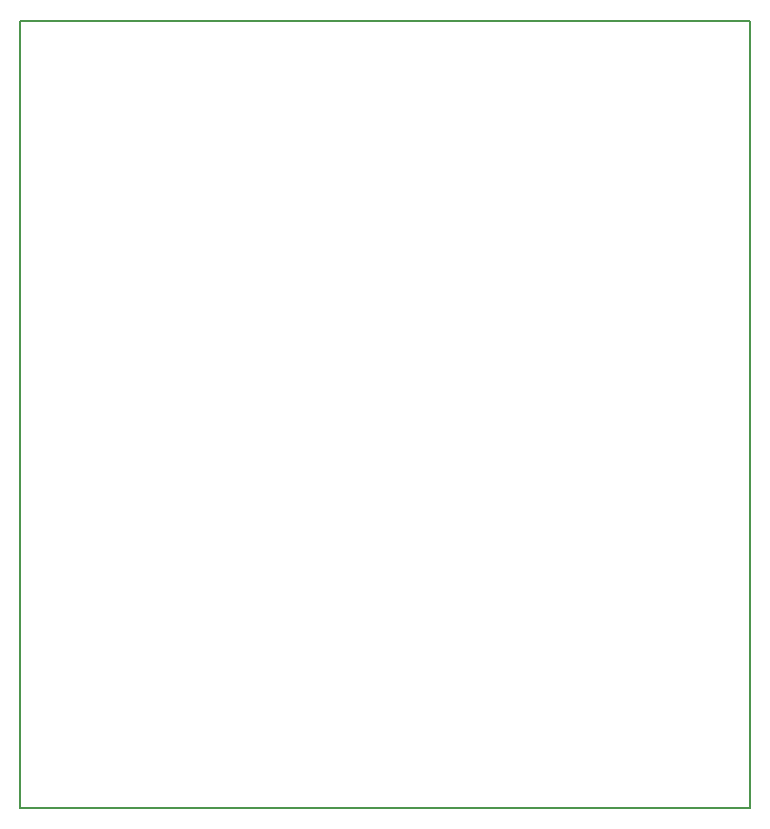
<source format=gm1>
G04 MADE WITH FRITZING*
G04 WWW.FRITZING.ORG*
G04 DOUBLE SIDED*
G04 HOLES PLATED*
G04 CONTOUR ON CENTER OF CONTOUR VECTOR*
%ASAXBY*%
%FSLAX23Y23*%
%MOIN*%
%OFA0B0*%
%SFA1.0B1.0*%
%ADD10R,2.443510X2.632360*%
%ADD11C,0.008000*%
%ADD10C,0.008*%
%LNCONTOUR*%
G90*
G70*
G54D10*
G54D11*
X4Y2628D02*
X2440Y2628D01*
X2440Y4D01*
X4Y4D01*
X4Y2628D01*
D02*
G04 End of contour*
M02*
</source>
